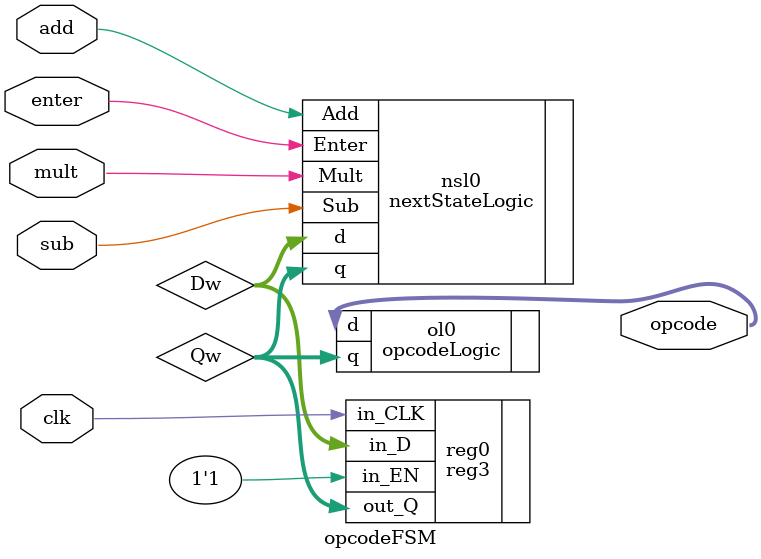
<source format=v>
`timescale 1ns / 1ps


module opcodeFSM(
    input enter,
    input add,
    input sub,
    input mult,
    input clk,
    output [2:0] opcode
);
    
wire [2:0] Dw, Qw;
    
reg3 reg0(
    .in_EN(1'b1),
    .in_CLK(clk),
    .in_D(Dw),
    .out_Q(Qw)
);

nextStateLogic nsl0(
      .Enter(enter),
      .Add(add),
      .Sub(sub),
      .Mult(mult),
      .q(Qw),
      .d(Dw)
);

opcodeLogic ol0(
    .q(Qw),
    .d(opcode)
);


endmodule

</source>
